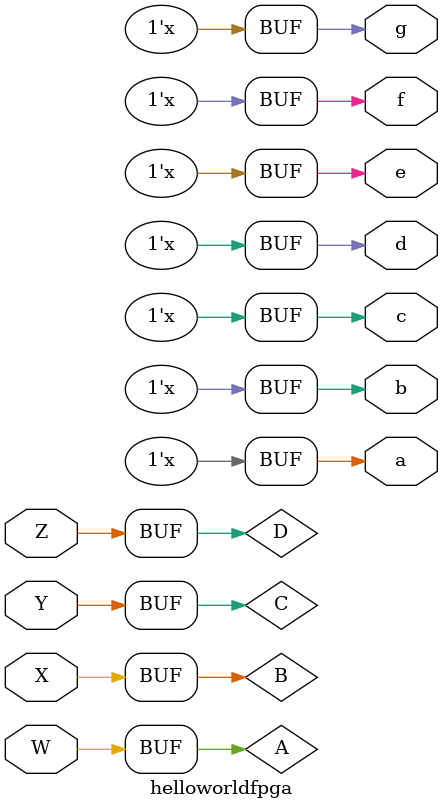
<source format=v>
/*Function for driving a seven segment display through 
a decimal input
January 19,2021
Code by G V V Sharma
Released under GNU GPL
*/

//declaring the blink module
module helloworldfpga(

input  W,
input  X,
input  Y,
input  Z,
output wire a,
output wire b,
output wire c,
output wire d,
output wire e,
output wire f,
output wire g

);

/*initial

begin
A <= 1;
B <=0;
C <=0;
D <=0;
end
*/

reg A, B, C, D;

always @*
begin
  A <=W;
  B <=X;
  C <=Y;
  D <=Z;
  a=(!D&!C&!B&A)|(!D&C&!B&!A);
  b=(!D&C&!B&A)|(!D&C&B&!A);
  c=(!D&!C&B&!A);
  d=(!D&!C&!B&A)|(!D&C&!B&!A)|(!D&C&B&A);
  e=(!D&!C&!B&A)|(!D&!C&B&A)|(!D&C&!B&!A)|(!D&C&!B&A)|(!D&C&B&A)|(D&!C&!B&A);
  f=(!D&!C&!B&A)|(!D&!C&B&!A)|(!D&!C&B&A)|(!D&C&B&A);
  g=(!D&!C&!B&!A)|(!D&!C&!B&A)|(!D&C&B&A);
end
endmodule
//end of the module









//begin function takes decimal input and gives seven segment output
//function automatic [6:0] gpio_out;

/*reg [6:0] gpio_out;

always @*
begin

if(D == 0 && C == 0 && B == 0 && A == 0 )

	begin
		gpio_out = 7'b0000001;
	end

else if(D == 0 && C == 0 && B == 0 && A == 1 )
	begin
		gpio_out = 7'b1001111;
	end

else if(D == 0 && C == 0 && B == 1 && A == 0 )
	begin
		gpio_out = 7'b0010100;
	end

else if(D == 0 && C == 0 && B == 1 && A == 1 )
	begin
		gpio_out = 7'b0000110;
	end

else if(D == 0 && C == 1 && B == 0 && A == 0 )
	begin
		gpio_out = 7'b1001100;
	end

else if(D == 0 && C == 1 && B == 0 && A == 1 )
	begin
		gpio_out = 7'b0100100;
	end

else if(D == 0 && C == 1 && B == 1 && A == 0 )
	begin
		gpio_out = 7'b0100000;
	end

else if(D == 0 && C == 1 && B == 1 && A == 1 )
	begin
		gpio_out = 7'b0001111;
	end

else if(D == 1 && C == 0 && B == 0 && A == 0 )
	begin
		gpio_out = 7'b0000000;
	end

else if(D == 1 && C == 0 && B == 0 && A == 1 )
	begin
		gpio_out = 7'b0000100;
	end

else
	begin
		gpio_out = 7'b1111111; 
	end

end
*/
//endfunction
//end function

//display number
//assign {a, b,c,d,e,f,g}=gpio_out(3);
//assign {a, b,c,d,e,f,g}=gpio_out[6:0];

</source>
